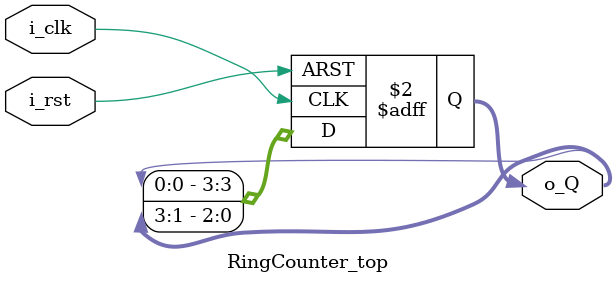
<source format=v>
`timescale 1ns / 1ps
module RingCounter_top(
    input i_clk,
    input i_rst,
    output reg[3:0] o_Q
    );

always @(posedge i_clk or posedge i_rst)
begin
	if(i_rst) 
		o_Q <= 4'b 0001;
	else 
		o_Q <={o_Q[0],o_Q[3:1]};

end //always

endmodule

</source>
